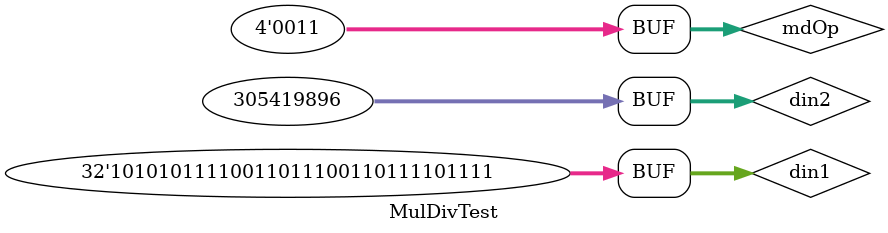
<source format=v>
`timescale 1ns/1ps

module MulDivTest;
    reg    [ 3:0] mdOp;
    reg    [31:0] din1;
    reg    [31:0] din2;
    wire   [31:0] doutHi;
    wire   [31:0] doutLo;

    MulDiv U1
    (
        .mdOp(mdOp),
        .din1(din1),
        .din2(din2),
        .doutHi(doutHi),
        .doutLo(doutLo)
    );
    
    initial
    begin
        mdOp = 2'b00; // div
        din1 = 5;
        din2 = -3;
        // expect 32'h0000_0002 32'hFFFF_FFFF

        #100
        mdOp = 2'b01; // divu
        din1 = 5;
        din2 = 3;
        // expect 32'h0000_0002 32'h0000_0001

        #100
        mdOp = 2'b10; // mult
        din1 = -5;
        din2 = 3;
        // expect 32'hFFFF_FFFF 32'hFFFF_FFF1

        #100
        mdOp = 2'b11; // multu
        din1 = 32'hABCD_CDEF;
        din2 = 32'h1234_5678;
        // expect 32'h0C37_9850 32'h4E32_D208
    end
    
endmodule
</source>
